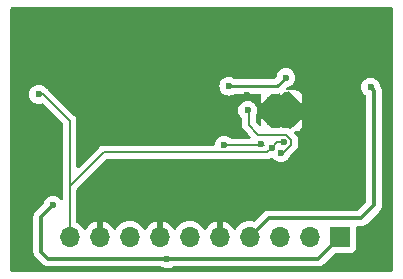
<source format=gbr>
%TF.GenerationSoftware,KiCad,Pcbnew,7.0.9-7.0.9~ubuntu22.04.1*%
%TF.CreationDate,2023-11-27T21:35:50+01:00*%
%TF.ProjectId,ohe_power_supply_1,6f68655f-706f-4776-9572-5f737570706c,rev?*%
%TF.SameCoordinates,Original*%
%TF.FileFunction,Copper,L2,Bot*%
%TF.FilePolarity,Positive*%
%FSLAX46Y46*%
G04 Gerber Fmt 4.6, Leading zero omitted, Abs format (unit mm)*
G04 Created by KiCad (PCBNEW 7.0.9-7.0.9~ubuntu22.04.1) date 2023-11-27 21:35:50*
%MOMM*%
%LPD*%
G01*
G04 APERTURE LIST*
%TA.AperFunction,ComponentPad*%
%ADD10C,0.500000*%
%TD*%
%TA.AperFunction,SMDPad,CuDef*%
%ADD11R,2.450000X2.450000*%
%TD*%
%TA.AperFunction,ComponentPad*%
%ADD12R,1.700000X1.700000*%
%TD*%
%TA.AperFunction,ComponentPad*%
%ADD13O,1.700000X1.700000*%
%TD*%
%TA.AperFunction,ViaPad*%
%ADD14C,0.600000*%
%TD*%
%TA.AperFunction,Conductor*%
%ADD15C,0.127000*%
%TD*%
%TA.AperFunction,Conductor*%
%ADD16C,0.300000*%
%TD*%
%TA.AperFunction,Conductor*%
%ADD17C,0.254000*%
%TD*%
G04 APERTURE END LIST*
D10*
%TO.P,U1,25,EP*%
%TO.N,GND*%
X190275000Y-113062500D03*
X190275000Y-112087500D03*
X190275000Y-111112500D03*
X192225000Y-111112500D03*
X191250000Y-112087500D03*
D11*
X191250000Y-112087500D03*
D10*
X192225000Y-112087500D03*
X191250000Y-111112500D03*
X192225000Y-113062500D03*
X191250000Y-113062500D03*
%TD*%
D12*
%TO.P,J1,1,Pin_1*%
%TO.N,Vin*%
X196190000Y-122790000D03*
D13*
%TO.P,J1,2,Pin_2*%
%TO.N,GND*%
X193650000Y-122790000D03*
%TO.P,J1,3,Pin_3*%
%TO.N,unconnected-(J1-Pin_3-Pad3)*%
X191110000Y-122790000D03*
%TO.P,J1,4,Pin_4*%
%TO.N,+12V*%
X188570000Y-122790000D03*
%TO.P,J1,5,Pin_5*%
%TO.N,GND*%
X186030000Y-122790000D03*
%TO.P,J1,6,Pin_6*%
%TO.N,-12V*%
X183490000Y-122790000D03*
%TO.P,J1,7,Pin_7*%
%TO.N,GND*%
X180950000Y-122790000D03*
%TO.P,J1,8,Pin_8*%
%TO.N,+3V3*%
X178410000Y-122790000D03*
%TO.P,J1,9,Pin_9*%
%TO.N,GND*%
X175870000Y-122790000D03*
%TO.P,J1,10,Pin_10*%
%TO.N,EN*%
X173330000Y-122790000D03*
%TD*%
D14*
%TO.N,Net-(Q1-G)*%
X189543138Y-114877310D03*
X186400000Y-115000000D03*
%TO.N,GND*%
X200000000Y-123000000D03*
X200000000Y-122000000D03*
X200000000Y-121000000D03*
X200000000Y-120000000D03*
%TO.N,Vin*%
X181600000Y-124600000D03*
%TO.N,Net-(U1-PSN)*%
X191200000Y-115650498D03*
X188396586Y-112055297D03*
%TO.N,Vin*%
X171900000Y-120100000D03*
%TO.N,EN*%
X170700000Y-110700000D03*
%TO.N,GND*%
X174800000Y-115400000D03*
X177600000Y-111700000D03*
%TO.N,+12V*%
X198800000Y-110100000D03*
%TO.N,GND*%
X185300000Y-114100000D03*
%TO.N,EN*%
X190430271Y-115233994D03*
X191499835Y-114753868D03*
%TO.N,GND*%
X194500000Y-107500000D03*
%TO.N,Net-(U1-CP)*%
X191626500Y-109278148D03*
X186800000Y-110000000D03*
%TO.N,GND*%
X192900000Y-108900000D03*
X188333999Y-110750162D03*
%TD*%
D15*
%TO.N,Net-(Q1-G)*%
X189699757Y-114877310D02*
X189543138Y-114877310D01*
X186400000Y-115000000D02*
X189777553Y-115000000D01*
D16*
%TO.N,GND*%
X193200000Y-110200000D02*
X193137500Y-110200000D01*
D15*
%TO.N,Net-(U1-PSN)*%
X191200000Y-115650498D02*
X191400115Y-115650498D01*
X191400115Y-115650498D02*
X192063335Y-114987278D01*
X192063335Y-114987278D02*
X192063335Y-114520458D01*
X192063335Y-114520458D02*
X191642877Y-114100000D01*
X191642877Y-114100000D02*
X189300000Y-114100000D01*
X189300000Y-114100000D02*
X188500000Y-113300000D01*
X188500000Y-113300000D02*
X188500000Y-112158711D01*
X188500000Y-112158711D02*
X188396586Y-112055297D01*
D17*
%TO.N,Net-(U1-CP)*%
X191626500Y-109278148D02*
X190904648Y-110000000D01*
X190904648Y-110000000D02*
X186800000Y-110000000D01*
D16*
%TO.N,Vin*%
X181600000Y-124600000D02*
X171500000Y-124600000D01*
X194380000Y-124600000D02*
X181600000Y-124600000D01*
D15*
%TO.N,Net-(U1-PSN)*%
X188396586Y-111903414D02*
X188396586Y-112055297D01*
D16*
%TO.N,Vin*%
X196190000Y-122790000D02*
X194380000Y-124600000D01*
X170900000Y-121100000D02*
X171900000Y-120100000D01*
X171500000Y-124600000D02*
X170900000Y-124000000D01*
X170900000Y-124000000D02*
X170900000Y-121100000D01*
D15*
%TO.N,EN*%
X173330000Y-118470000D02*
X173330000Y-118800000D01*
X173330000Y-118800000D02*
X173330000Y-122790000D01*
X170700000Y-110700000D02*
X171100000Y-110700000D01*
X171100000Y-110700000D02*
X173330000Y-112930000D01*
X173330000Y-112930000D02*
X173330000Y-118800000D01*
X190430271Y-115233994D02*
X190064265Y-115600000D01*
X190064265Y-115600000D02*
X176200000Y-115600000D01*
X176200000Y-115600000D02*
X173330000Y-118470000D01*
D16*
%TO.N,+12V*%
X188570000Y-122790000D02*
X190160000Y-121200000D01*
X190160000Y-121200000D02*
X198000000Y-121200000D01*
X198000000Y-121200000D02*
X199100000Y-120100000D01*
X199100000Y-120100000D02*
X199100000Y-110400000D01*
X199100000Y-110400000D02*
X198800000Y-110100000D01*
D15*
%TO.N,EN*%
X191499835Y-114753868D02*
X190910397Y-114753868D01*
X190910397Y-114753868D02*
X190430271Y-115233994D01*
%TD*%
%TA.AperFunction,Conductor*%
%TO.N,GND*%
G36*
X200642539Y-103320185D02*
G01*
X200688294Y-103372989D01*
X200699500Y-103424500D01*
X200699500Y-125575500D01*
X200679815Y-125642539D01*
X200627011Y-125688294D01*
X200575500Y-125699500D01*
X168424500Y-125699500D01*
X168357461Y-125679815D01*
X168311706Y-125627011D01*
X168300500Y-125575500D01*
X168300500Y-110700003D01*
X169894435Y-110700003D01*
X169914630Y-110879249D01*
X169914631Y-110879254D01*
X169974211Y-111049523D01*
X170062570Y-111190145D01*
X170070184Y-111202262D01*
X170197738Y-111329816D01*
X170288080Y-111386582D01*
X170349987Y-111425481D01*
X170350478Y-111425789D01*
X170439834Y-111457056D01*
X170520745Y-111485368D01*
X170520750Y-111485369D01*
X170699996Y-111505565D01*
X170700000Y-111505565D01*
X170700004Y-111505565D01*
X170879246Y-111485369D01*
X170879245Y-111485369D01*
X170879255Y-111485368D01*
X170960166Y-111457055D01*
X171029941Y-111453493D01*
X171088799Y-111486416D01*
X172729681Y-113127297D01*
X172763166Y-113188620D01*
X172766000Y-113214978D01*
X172766000Y-118428963D01*
X172765469Y-118437064D01*
X172761133Y-118469998D01*
X172761133Y-118470000D01*
X172765469Y-118502933D01*
X172766000Y-118511034D01*
X172766000Y-119543209D01*
X172746315Y-119610248D01*
X172693511Y-119656003D01*
X172624353Y-119665947D01*
X172560797Y-119636922D01*
X172537007Y-119609182D01*
X172529817Y-119597739D01*
X172402262Y-119470184D01*
X172249523Y-119374211D01*
X172079254Y-119314631D01*
X172079249Y-119314630D01*
X171900004Y-119294435D01*
X171899996Y-119294435D01*
X171720750Y-119314630D01*
X171720745Y-119314631D01*
X171550476Y-119374211D01*
X171397737Y-119470184D01*
X171270184Y-119597737D01*
X171174210Y-119750478D01*
X171114632Y-119920744D01*
X171114630Y-119920752D01*
X171113815Y-119927988D01*
X171086743Y-119992400D01*
X171078277Y-120001775D01*
X170500483Y-120579569D01*
X170487910Y-120589643D01*
X170488065Y-120589830D01*
X170482059Y-120594798D01*
X170468664Y-120609063D01*
X170432809Y-120647244D01*
X170421949Y-120658104D01*
X170411088Y-120668965D01*
X170411078Y-120668977D01*
X170406587Y-120674765D01*
X170402801Y-120679197D01*
X170369552Y-120714606D01*
X170359322Y-120733213D01*
X170348646Y-120749464D01*
X170335640Y-120766232D01*
X170335636Y-120766238D01*
X170316348Y-120810811D01*
X170313777Y-120816058D01*
X170290372Y-120858630D01*
X170290372Y-120858631D01*
X170285091Y-120879199D01*
X170278791Y-120897601D01*
X170270364Y-120917073D01*
X170262766Y-120965047D01*
X170261581Y-120970770D01*
X170249500Y-121017818D01*
X170249500Y-121039044D01*
X170247973Y-121058444D01*
X170244653Y-121079403D01*
X170249225Y-121127767D01*
X170249500Y-121133606D01*
X170249500Y-123914494D01*
X170247732Y-123930505D01*
X170247974Y-123930528D01*
X170247240Y-123938294D01*
X170249500Y-124010203D01*
X170249500Y-124040920D01*
X170249501Y-124040940D01*
X170250418Y-124048206D01*
X170250876Y-124054024D01*
X170252402Y-124102567D01*
X170252403Y-124102570D01*
X170258323Y-124122948D01*
X170262268Y-124141996D01*
X170264928Y-124163054D01*
X170264931Y-124163064D01*
X170282813Y-124208230D01*
X170284705Y-124213758D01*
X170298254Y-124260395D01*
X170298255Y-124260397D01*
X170309060Y-124278666D01*
X170317617Y-124296134D01*
X170323226Y-124310300D01*
X170325432Y-124315872D01*
X170353983Y-124355170D01*
X170357188Y-124360049D01*
X170381919Y-124401865D01*
X170381923Y-124401869D01*
X170396925Y-124416871D01*
X170409563Y-124431669D01*
X170422033Y-124448833D01*
X170422036Y-124448836D01*
X170422037Y-124448837D01*
X170459476Y-124479809D01*
X170463776Y-124483722D01*
X170979564Y-124999510D01*
X170989635Y-125012080D01*
X170989822Y-125011926D01*
X170994796Y-125017937D01*
X170994798Y-125017940D01*
X171014253Y-125036209D01*
X171047243Y-125067190D01*
X171068967Y-125088913D01*
X171074757Y-125093405D01*
X171079197Y-125097197D01*
X171108498Y-125124711D01*
X171114607Y-125130448D01*
X171114609Y-125130449D01*
X171133205Y-125140672D01*
X171149470Y-125151357D01*
X171166232Y-125164360D01*
X171166235Y-125164361D01*
X171166236Y-125164362D01*
X171210823Y-125183656D01*
X171216059Y-125186221D01*
X171258632Y-125209627D01*
X171274340Y-125213659D01*
X171279186Y-125214904D01*
X171297598Y-125221207D01*
X171317073Y-125229635D01*
X171365071Y-125237237D01*
X171370740Y-125238411D01*
X171417823Y-125250500D01*
X171439051Y-125250500D01*
X171458448Y-125252026D01*
X171479403Y-125255345D01*
X171479404Y-125255346D01*
X171479404Y-125255345D01*
X171479405Y-125255346D01*
X171527761Y-125250775D01*
X171533599Y-125250500D01*
X181094932Y-125250500D01*
X181160904Y-125269506D01*
X181250477Y-125325789D01*
X181250481Y-125325790D01*
X181420737Y-125385366D01*
X181420743Y-125385367D01*
X181420745Y-125385368D01*
X181420746Y-125385368D01*
X181420750Y-125385369D01*
X181599996Y-125405565D01*
X181600000Y-125405565D01*
X181600004Y-125405565D01*
X181779249Y-125385369D01*
X181779251Y-125385368D01*
X181779255Y-125385368D01*
X181779258Y-125385366D01*
X181779262Y-125385366D01*
X181869377Y-125353832D01*
X181949522Y-125325789D01*
X182039096Y-125269505D01*
X182105068Y-125250500D01*
X194294495Y-125250500D01*
X194310505Y-125252267D01*
X194310528Y-125252026D01*
X194318289Y-125252758D01*
X194318296Y-125252760D01*
X194390203Y-125250500D01*
X194420925Y-125250500D01*
X194428190Y-125249581D01*
X194434016Y-125249122D01*
X194482569Y-125247597D01*
X194502956Y-125241673D01*
X194521996Y-125237731D01*
X194543058Y-125235071D01*
X194588235Y-125217183D01*
X194593735Y-125215300D01*
X194640398Y-125201744D01*
X194658665Y-125190939D01*
X194676136Y-125182380D01*
X194695871Y-125174568D01*
X194735177Y-125146010D01*
X194740043Y-125142813D01*
X194781865Y-125118081D01*
X194796870Y-125103075D01*
X194811668Y-125090436D01*
X194828837Y-125077963D01*
X194859809Y-125040522D01*
X194863713Y-125036231D01*
X195723127Y-124176818D01*
X195784450Y-124143333D01*
X195810808Y-124140499D01*
X197087871Y-124140499D01*
X197087872Y-124140499D01*
X197147483Y-124134091D01*
X197282331Y-124083796D01*
X197397546Y-123997546D01*
X197483796Y-123882331D01*
X197534091Y-123747483D01*
X197540500Y-123687873D01*
X197540499Y-121974499D01*
X197560184Y-121907461D01*
X197612987Y-121861706D01*
X197664499Y-121850500D01*
X197914495Y-121850500D01*
X197930505Y-121852267D01*
X197930528Y-121852026D01*
X197938289Y-121852758D01*
X197938296Y-121852760D01*
X198010203Y-121850500D01*
X198040925Y-121850500D01*
X198048190Y-121849581D01*
X198054016Y-121849122D01*
X198102569Y-121847597D01*
X198122956Y-121841673D01*
X198141996Y-121837731D01*
X198163058Y-121835071D01*
X198208235Y-121817183D01*
X198213735Y-121815300D01*
X198260398Y-121801744D01*
X198278665Y-121790939D01*
X198296136Y-121782380D01*
X198315871Y-121774568D01*
X198355177Y-121746010D01*
X198360043Y-121742813D01*
X198401865Y-121718081D01*
X198416870Y-121703075D01*
X198431668Y-121690436D01*
X198448837Y-121677963D01*
X198479809Y-121640522D01*
X198483723Y-121636221D01*
X199499513Y-120620431D01*
X199512079Y-120610365D01*
X199511925Y-120610178D01*
X199517937Y-120605204D01*
X199517937Y-120605203D01*
X199517940Y-120605202D01*
X199567190Y-120552755D01*
X199588911Y-120531035D01*
X199593401Y-120525245D01*
X199597183Y-120520815D01*
X199630448Y-120485393D01*
X199640670Y-120466796D01*
X199651348Y-120450539D01*
X199664362Y-120433764D01*
X199683664Y-120389157D01*
X199686208Y-120383963D01*
X199709627Y-120341368D01*
X199714906Y-120320808D01*
X199721209Y-120302399D01*
X199729636Y-120282926D01*
X199737235Y-120234945D01*
X199738417Y-120229234D01*
X199750500Y-120182177D01*
X199750500Y-120160955D01*
X199752027Y-120141555D01*
X199755347Y-120120595D01*
X199750775Y-120072230D01*
X199750500Y-120066392D01*
X199750500Y-110485502D01*
X199752268Y-110469489D01*
X199752026Y-110469467D01*
X199752758Y-110461711D01*
X199752760Y-110461704D01*
X199750500Y-110389796D01*
X199750500Y-110359075D01*
X199749579Y-110351788D01*
X199749122Y-110345979D01*
X199749023Y-110342815D01*
X199747597Y-110297431D01*
X199741676Y-110277053D01*
X199737731Y-110258004D01*
X199735071Y-110236942D01*
X199717185Y-110191769D01*
X199715296Y-110186249D01*
X199701743Y-110139600D01*
X199690940Y-110121334D01*
X199682378Y-110103856D01*
X199674568Y-110084129D01*
X199674565Y-110084125D01*
X199664677Y-110070515D01*
X199646014Y-110044827D01*
X199642811Y-110039951D01*
X199621512Y-110003937D01*
X199618081Y-109998135D01*
X199618079Y-109998133D01*
X199618077Y-109998129D01*
X199613298Y-109991968D01*
X199615453Y-109990295D01*
X199588237Y-109940452D01*
X199586182Y-109927973D01*
X199585368Y-109920745D01*
X199525789Y-109750478D01*
X199429816Y-109597738D01*
X199302262Y-109470184D01*
X199281912Y-109457397D01*
X199149523Y-109374211D01*
X198979254Y-109314631D01*
X198979249Y-109314630D01*
X198800004Y-109294435D01*
X198799996Y-109294435D01*
X198620750Y-109314630D01*
X198620745Y-109314631D01*
X198450476Y-109374211D01*
X198297737Y-109470184D01*
X198170184Y-109597737D01*
X198074211Y-109750476D01*
X198014631Y-109920745D01*
X198014630Y-109920750D01*
X197994435Y-110099996D01*
X197994435Y-110100003D01*
X198014630Y-110279249D01*
X198014631Y-110279254D01*
X198074211Y-110449523D01*
X198170184Y-110602262D01*
X198297740Y-110729818D01*
X198353345Y-110764756D01*
X198386150Y-110785369D01*
X198391471Y-110788712D01*
X198437763Y-110841046D01*
X198449500Y-110893706D01*
X198449500Y-119779192D01*
X198429815Y-119846231D01*
X198413181Y-119866873D01*
X197766873Y-120513181D01*
X197705550Y-120546666D01*
X197679192Y-120549500D01*
X190245506Y-120549500D01*
X190229495Y-120547732D01*
X190229473Y-120547974D01*
X190221706Y-120547239D01*
X190149783Y-120549500D01*
X190119075Y-120549500D01*
X190119071Y-120549500D01*
X190119060Y-120549501D01*
X190111804Y-120550417D01*
X190105986Y-120550875D01*
X190057433Y-120552401D01*
X190042873Y-120556630D01*
X190037040Y-120558325D01*
X190017996Y-120562269D01*
X189996942Y-120564929D01*
X189996940Y-120564929D01*
X189951781Y-120582808D01*
X189946255Y-120584700D01*
X189899601Y-120598254D01*
X189881325Y-120609063D01*
X189863860Y-120617619D01*
X189844124Y-120625433D01*
X189804824Y-120653986D01*
X189799942Y-120657193D01*
X189758136Y-120681917D01*
X189743124Y-120696929D01*
X189728336Y-120709558D01*
X189711167Y-120722032D01*
X189711165Y-120722034D01*
X189680194Y-120759470D01*
X189676262Y-120763791D01*
X188997762Y-121442290D01*
X188936439Y-121475775D01*
X188877989Y-121474384D01*
X188805416Y-121454939D01*
X188805412Y-121454938D01*
X188805408Y-121454937D01*
X188805406Y-121454936D01*
X188805403Y-121454936D01*
X188570001Y-121434341D01*
X188569999Y-121434341D01*
X188334596Y-121454936D01*
X188334586Y-121454938D01*
X188106344Y-121516094D01*
X188106335Y-121516098D01*
X187892171Y-121615964D01*
X187892169Y-121615965D01*
X187698597Y-121751505D01*
X187531508Y-121918594D01*
X187401269Y-122104595D01*
X187346692Y-122148219D01*
X187277193Y-122155412D01*
X187214839Y-122123890D01*
X187198119Y-122104594D01*
X187068113Y-121918926D01*
X187068108Y-121918920D01*
X186901082Y-121751894D01*
X186707578Y-121616399D01*
X186493492Y-121516570D01*
X186493486Y-121516567D01*
X186280000Y-121459364D01*
X186280000Y-122354498D01*
X186172315Y-122305320D01*
X186065763Y-122290000D01*
X185994237Y-122290000D01*
X185887685Y-122305320D01*
X185780000Y-122354498D01*
X185780000Y-121459364D01*
X185779999Y-121459364D01*
X185566513Y-121516567D01*
X185566507Y-121516570D01*
X185352422Y-121616399D01*
X185352420Y-121616400D01*
X185158926Y-121751886D01*
X185158920Y-121751891D01*
X184991891Y-121918920D01*
X184991890Y-121918922D01*
X184861880Y-122104595D01*
X184807303Y-122148219D01*
X184737804Y-122155412D01*
X184675450Y-122123890D01*
X184658730Y-122104594D01*
X184528494Y-121918597D01*
X184361402Y-121751506D01*
X184361395Y-121751501D01*
X184167834Y-121615967D01*
X184167830Y-121615965D01*
X184125592Y-121596269D01*
X183953663Y-121516097D01*
X183953659Y-121516096D01*
X183953655Y-121516094D01*
X183725413Y-121454938D01*
X183725403Y-121454936D01*
X183490001Y-121434341D01*
X183489999Y-121434341D01*
X183254596Y-121454936D01*
X183254586Y-121454938D01*
X183026344Y-121516094D01*
X183026335Y-121516098D01*
X182812171Y-121615964D01*
X182812169Y-121615965D01*
X182618597Y-121751505D01*
X182451508Y-121918594D01*
X182321269Y-122104595D01*
X182266692Y-122148219D01*
X182197193Y-122155412D01*
X182134839Y-122123890D01*
X182118119Y-122104594D01*
X181988113Y-121918926D01*
X181988108Y-121918920D01*
X181821082Y-121751894D01*
X181627578Y-121616399D01*
X181413492Y-121516570D01*
X181413486Y-121516567D01*
X181200000Y-121459364D01*
X181200000Y-122354498D01*
X181092315Y-122305320D01*
X180985763Y-122290000D01*
X180914237Y-122290000D01*
X180807685Y-122305320D01*
X180700000Y-122354498D01*
X180700000Y-121459364D01*
X180699999Y-121459364D01*
X180486513Y-121516567D01*
X180486507Y-121516570D01*
X180272422Y-121616399D01*
X180272420Y-121616400D01*
X180078926Y-121751886D01*
X180078920Y-121751891D01*
X179911891Y-121918920D01*
X179911890Y-121918922D01*
X179781880Y-122104595D01*
X179727303Y-122148219D01*
X179657804Y-122155412D01*
X179595450Y-122123890D01*
X179578730Y-122104594D01*
X179448494Y-121918597D01*
X179281402Y-121751506D01*
X179281395Y-121751501D01*
X179087834Y-121615967D01*
X179087830Y-121615965D01*
X179045592Y-121596269D01*
X178873663Y-121516097D01*
X178873659Y-121516096D01*
X178873655Y-121516094D01*
X178645413Y-121454938D01*
X178645403Y-121454936D01*
X178410001Y-121434341D01*
X178409999Y-121434341D01*
X178174596Y-121454936D01*
X178174586Y-121454938D01*
X177946344Y-121516094D01*
X177946335Y-121516098D01*
X177732171Y-121615964D01*
X177732169Y-121615965D01*
X177538597Y-121751505D01*
X177371508Y-121918594D01*
X177241269Y-122104595D01*
X177186692Y-122148219D01*
X177117193Y-122155412D01*
X177054839Y-122123890D01*
X177038119Y-122104594D01*
X176908113Y-121918926D01*
X176908108Y-121918920D01*
X176741082Y-121751894D01*
X176547578Y-121616399D01*
X176333492Y-121516570D01*
X176333486Y-121516567D01*
X176120000Y-121459364D01*
X176120000Y-122354498D01*
X176012315Y-122305320D01*
X175905763Y-122290000D01*
X175834237Y-122290000D01*
X175727685Y-122305320D01*
X175620000Y-122354498D01*
X175620000Y-121459364D01*
X175619999Y-121459364D01*
X175406513Y-121516567D01*
X175406507Y-121516570D01*
X175192422Y-121616399D01*
X175192420Y-121616400D01*
X174998926Y-121751886D01*
X174998920Y-121751891D01*
X174831891Y-121918920D01*
X174831890Y-121918922D01*
X174701880Y-122104595D01*
X174647303Y-122148219D01*
X174577804Y-122155412D01*
X174515450Y-122123890D01*
X174498730Y-122104594D01*
X174368494Y-121918597D01*
X174201402Y-121751506D01*
X174201395Y-121751501D01*
X174007831Y-121615965D01*
X174007829Y-121615964D01*
X173965595Y-121596270D01*
X173913156Y-121550097D01*
X173894000Y-121483888D01*
X173894000Y-118754979D01*
X173913685Y-118687940D01*
X173930319Y-118667298D01*
X176397298Y-116200319D01*
X176458621Y-116166834D01*
X176484979Y-116164000D01*
X190023231Y-116164000D01*
X190031328Y-116164530D01*
X190064265Y-116168867D01*
X190064266Y-116168867D01*
X190079707Y-116166834D01*
X190211499Y-116149483D01*
X190348698Y-116092653D01*
X190364618Y-116080436D01*
X190429786Y-116055241D01*
X190498232Y-116069278D01*
X190545099Y-116112838D01*
X190570184Y-116152760D01*
X190697738Y-116280314D01*
X190850478Y-116376287D01*
X191020745Y-116435866D01*
X191020750Y-116435867D01*
X191199996Y-116456063D01*
X191200000Y-116456063D01*
X191200004Y-116456063D01*
X191379249Y-116435867D01*
X191379252Y-116435866D01*
X191379255Y-116435866D01*
X191549522Y-116376287D01*
X191702262Y-116280314D01*
X191829816Y-116152760D01*
X191925789Y-116000020D01*
X191958199Y-115907395D01*
X191987557Y-115860671D01*
X192433138Y-115415090D01*
X192439223Y-115409754D01*
X192465585Y-115389528D01*
X192488284Y-115359946D01*
X192555989Y-115271711D01*
X192612818Y-115134512D01*
X192632203Y-114987278D01*
X192627865Y-114954334D01*
X192627335Y-114946234D01*
X192627335Y-114561491D01*
X192627866Y-114553389D01*
X192632202Y-114520457D01*
X192625910Y-114472668D01*
X192612818Y-114373224D01*
X192555988Y-114236025D01*
X192555987Y-114236024D01*
X192555987Y-114236023D01*
X192465586Y-114118209D01*
X192439224Y-114097979D01*
X192433121Y-114092628D01*
X192364672Y-114024179D01*
X192331189Y-113962859D01*
X192336173Y-113893167D01*
X192378044Y-113837233D01*
X192443508Y-113812816D01*
X192452355Y-113812500D01*
X192522828Y-113812500D01*
X192522844Y-113812499D01*
X192582372Y-113806098D01*
X192582379Y-113806096D01*
X192717086Y-113755854D01*
X192717093Y-113755850D01*
X192832187Y-113669690D01*
X192832190Y-113669687D01*
X192918350Y-113554593D01*
X192918354Y-113554586D01*
X192968596Y-113419879D01*
X192968598Y-113419872D01*
X192974999Y-113360344D01*
X192975000Y-113360327D01*
X192975000Y-113108104D01*
X192975390Y-113101156D01*
X192979746Y-113062500D01*
X192979746Y-113062499D01*
X192975390Y-113023843D01*
X192975000Y-113016895D01*
X192975000Y-112337500D01*
X192828552Y-112337500D01*
X192872708Y-112381656D01*
X192906193Y-112442979D01*
X192901209Y-112512671D01*
X192872709Y-112557017D01*
X192854728Y-112574998D01*
X192854728Y-112575000D01*
X192872708Y-112592980D01*
X192906194Y-112654303D01*
X192901210Y-112723994D01*
X192872709Y-112768343D01*
X192225000Y-113416053D01*
X192061129Y-113579923D01*
X191999805Y-113613407D01*
X191930114Y-113608423D01*
X191925995Y-113606802D01*
X191861103Y-113579923D01*
X191790111Y-113550517D01*
X191679845Y-113536000D01*
X191658319Y-113533166D01*
X191642878Y-113531133D01*
X191642877Y-113531133D01*
X191609940Y-113535469D01*
X191601843Y-113536000D01*
X191421309Y-113536000D01*
X191354270Y-113516315D01*
X191333628Y-113499681D01*
X191250000Y-113416053D01*
X191166372Y-113499681D01*
X191105049Y-113533166D01*
X191078691Y-113536000D01*
X190446309Y-113536000D01*
X190379270Y-113516315D01*
X190358628Y-113499681D01*
X189921447Y-113062500D01*
X190119709Y-113062500D01*
X190140514Y-113140145D01*
X190197355Y-113196986D01*
X190255254Y-113212500D01*
X190294746Y-113212500D01*
X190352645Y-113196986D01*
X190409486Y-113140146D01*
X190430291Y-113062500D01*
X190628553Y-113062500D01*
X190762500Y-113196447D01*
X190896447Y-113062500D01*
X191094709Y-113062500D01*
X191115514Y-113140145D01*
X191172355Y-113196986D01*
X191230254Y-113212500D01*
X191269746Y-113212500D01*
X191327645Y-113196986D01*
X191384486Y-113140146D01*
X191405291Y-113062500D01*
X191603553Y-113062500D01*
X191737500Y-113196447D01*
X191871447Y-113062500D01*
X192069709Y-113062500D01*
X192090514Y-113140145D01*
X192147355Y-113196986D01*
X192205254Y-113212500D01*
X192244746Y-113212500D01*
X192302645Y-113196986D01*
X192359486Y-113140146D01*
X192380291Y-113062500D01*
X192359486Y-112984855D01*
X192302645Y-112928014D01*
X192244746Y-112912500D01*
X192205254Y-112912500D01*
X192147355Y-112928014D01*
X192090514Y-112984854D01*
X192069709Y-113062500D01*
X191871447Y-113062500D01*
X191737500Y-112928553D01*
X191603553Y-113062500D01*
X191405291Y-113062500D01*
X191384486Y-112984855D01*
X191327645Y-112928014D01*
X191269746Y-112912500D01*
X191230254Y-112912500D01*
X191172355Y-112928014D01*
X191115514Y-112984854D01*
X191094709Y-113062500D01*
X190896447Y-113062500D01*
X190762500Y-112928553D01*
X190628553Y-113062500D01*
X190430291Y-113062500D01*
X190409486Y-112984855D01*
X190352645Y-112928014D01*
X190294746Y-112912500D01*
X190255254Y-112912500D01*
X190197355Y-112928014D01*
X190140514Y-112984854D01*
X190119709Y-113062500D01*
X189921447Y-113062500D01*
X189627290Y-112768343D01*
X189593805Y-112707020D01*
X189598789Y-112637328D01*
X189627290Y-112592981D01*
X189645271Y-112575000D01*
X190141053Y-112575000D01*
X190275000Y-112708947D01*
X190408947Y-112575000D01*
X191116053Y-112575000D01*
X191250000Y-112708947D01*
X191383947Y-112575000D01*
X192091053Y-112575000D01*
X192225000Y-112708947D01*
X192358947Y-112575000D01*
X192225000Y-112441053D01*
X192091053Y-112575000D01*
X191383947Y-112575000D01*
X191250000Y-112441053D01*
X191116053Y-112575000D01*
X190408947Y-112575000D01*
X190275000Y-112441053D01*
X190141053Y-112575000D01*
X189645271Y-112575000D01*
X189627290Y-112557019D01*
X189593805Y-112495696D01*
X189598789Y-112426004D01*
X189627290Y-112381656D01*
X189671446Y-112337500D01*
X189525000Y-112337500D01*
X189525000Y-113016895D01*
X189524610Y-113023843D01*
X189520254Y-113062499D01*
X189520254Y-113062500D01*
X189524610Y-113101156D01*
X189525000Y-113108104D01*
X189525000Y-113228021D01*
X189505315Y-113295060D01*
X189452511Y-113340815D01*
X189383353Y-113350759D01*
X189319797Y-113321734D01*
X189313319Y-113315702D01*
X189100319Y-113102702D01*
X189066834Y-113041379D01*
X189064000Y-113015021D01*
X189064000Y-112533446D01*
X189083007Y-112467473D01*
X189122374Y-112404821D01*
X189181954Y-112234551D01*
X189181955Y-112234546D01*
X189198523Y-112087500D01*
X190119709Y-112087500D01*
X190140514Y-112165145D01*
X190197355Y-112221986D01*
X190255254Y-112237500D01*
X190294746Y-112237500D01*
X190352645Y-112221986D01*
X190409486Y-112165146D01*
X190430291Y-112087500D01*
X191094709Y-112087500D01*
X191115514Y-112165145D01*
X191172355Y-112221986D01*
X191230254Y-112237500D01*
X191269746Y-112237500D01*
X191327645Y-112221986D01*
X191384486Y-112165146D01*
X191405291Y-112087500D01*
X192069709Y-112087500D01*
X192090514Y-112165145D01*
X192147355Y-112221986D01*
X192205254Y-112237500D01*
X192244746Y-112237500D01*
X192302645Y-112221986D01*
X192359486Y-112165146D01*
X192380291Y-112087500D01*
X192359486Y-112009855D01*
X192302645Y-111953014D01*
X192244746Y-111937500D01*
X192205254Y-111937500D01*
X192147355Y-111953014D01*
X192090514Y-112009854D01*
X192069709Y-112087500D01*
X191405291Y-112087500D01*
X191384486Y-112009855D01*
X191327645Y-111953014D01*
X191269746Y-111937500D01*
X191230254Y-111937500D01*
X191172355Y-111953014D01*
X191115514Y-112009854D01*
X191094709Y-112087500D01*
X190430291Y-112087500D01*
X190409486Y-112009855D01*
X190352645Y-111953014D01*
X190294746Y-111937500D01*
X190255254Y-111937500D01*
X190197355Y-111953014D01*
X190140514Y-112009854D01*
X190119709Y-112087500D01*
X189198523Y-112087500D01*
X189202151Y-112055300D01*
X189202151Y-112055293D01*
X189181955Y-111876047D01*
X189181954Y-111876042D01*
X189153016Y-111793342D01*
X189122375Y-111705775D01*
X189026402Y-111553035D01*
X188898848Y-111425481D01*
X188868888Y-111406656D01*
X188746109Y-111329508D01*
X188575840Y-111269928D01*
X188575835Y-111269927D01*
X188396590Y-111249732D01*
X188396582Y-111249732D01*
X188217336Y-111269927D01*
X188217331Y-111269928D01*
X188047062Y-111329508D01*
X187894323Y-111425481D01*
X187766770Y-111553034D01*
X187670797Y-111705773D01*
X187611217Y-111876042D01*
X187611216Y-111876047D01*
X187591021Y-112055293D01*
X187591021Y-112055300D01*
X187611216Y-112234546D01*
X187611217Y-112234551D01*
X187670797Y-112404820D01*
X187710165Y-112467473D01*
X187766770Y-112557559D01*
X187846539Y-112637328D01*
X187899249Y-112690038D01*
X187897083Y-112692203D01*
X187929436Y-112738255D01*
X187936000Y-112778064D01*
X187936000Y-113258963D01*
X187935468Y-113267064D01*
X187931133Y-113300000D01*
X187936000Y-113336968D01*
X187936507Y-113340815D01*
X187950517Y-113447233D01*
X187950517Y-113447234D01*
X188007347Y-113584434D01*
X188072766Y-113669690D01*
X188097750Y-113702250D01*
X188124110Y-113722477D01*
X188130200Y-113727817D01*
X188426565Y-114024182D01*
X188626702Y-114224319D01*
X188660187Y-114285642D01*
X188655203Y-114355334D01*
X188613331Y-114411267D01*
X188547867Y-114435684D01*
X188539021Y-114436000D01*
X187019440Y-114436000D01*
X186952401Y-114416315D01*
X186931759Y-114399681D01*
X186902262Y-114370184D01*
X186749523Y-114274211D01*
X186579254Y-114214631D01*
X186579249Y-114214630D01*
X186400004Y-114194435D01*
X186399996Y-114194435D01*
X186220750Y-114214630D01*
X186220745Y-114214631D01*
X186050476Y-114274211D01*
X185897737Y-114370184D01*
X185770184Y-114497737D01*
X185674211Y-114650476D01*
X185614631Y-114820745D01*
X185614630Y-114820749D01*
X185602785Y-114925884D01*
X185575718Y-114990298D01*
X185518124Y-115029853D01*
X185479565Y-115036000D01*
X176241034Y-115036000D01*
X176232936Y-115035469D01*
X176200000Y-115031133D01*
X176199999Y-115031133D01*
X176052766Y-115050517D01*
X176052765Y-115050517D01*
X175915567Y-115107346D01*
X175844675Y-115161744D01*
X175797746Y-115197753D01*
X175777523Y-115224108D01*
X175772171Y-115230211D01*
X174105681Y-116896701D01*
X174044358Y-116930186D01*
X173974666Y-116925202D01*
X173918733Y-116883330D01*
X173894316Y-116817866D01*
X173894000Y-116809020D01*
X173894000Y-112971034D01*
X173894531Y-112962933D01*
X173898867Y-112930000D01*
X173898867Y-112929999D01*
X173896563Y-112912500D01*
X173879483Y-112782766D01*
X173822653Y-112645567D01*
X173791356Y-112604780D01*
X173732249Y-112527748D01*
X173705884Y-112507518D01*
X173699781Y-112502165D01*
X172623097Y-111425481D01*
X171527817Y-110330200D01*
X171522477Y-110324110D01*
X171502250Y-110297750D01*
X171502248Y-110297749D01*
X171502248Y-110297748D01*
X171460182Y-110265471D01*
X171384432Y-110207346D01*
X171330385Y-110184959D01*
X171290157Y-110158079D01*
X171202262Y-110070184D01*
X171090570Y-110000003D01*
X185994435Y-110000003D01*
X186014630Y-110179249D01*
X186014631Y-110179254D01*
X186074211Y-110349523D01*
X186149591Y-110469489D01*
X186170184Y-110502262D01*
X186297738Y-110629816D01*
X186388080Y-110686582D01*
X186409417Y-110699989D01*
X186450478Y-110725789D01*
X186620745Y-110785368D01*
X186620750Y-110785369D01*
X186799996Y-110805565D01*
X186800000Y-110805565D01*
X186800004Y-110805565D01*
X186979249Y-110785369D01*
X186979252Y-110785368D01*
X186979255Y-110785368D01*
X187149522Y-110725789D01*
X187275700Y-110646505D01*
X187341672Y-110627500D01*
X189407077Y-110627500D01*
X189474116Y-110647185D01*
X189519871Y-110699989D01*
X189530366Y-110764756D01*
X189525000Y-110814655D01*
X189525000Y-111066895D01*
X189524610Y-111073843D01*
X189520254Y-111112499D01*
X189520254Y-111112500D01*
X189524610Y-111151156D01*
X189525000Y-111158104D01*
X189525000Y-111837500D01*
X189671447Y-111837500D01*
X189671447Y-111837499D01*
X189627290Y-111793342D01*
X189593805Y-111732019D01*
X189598789Y-111662327D01*
X189627291Y-111617979D01*
X189645269Y-111600000D01*
X190141053Y-111600000D01*
X190275000Y-111733947D01*
X190408947Y-111600000D01*
X191116053Y-111600000D01*
X191250000Y-111733947D01*
X191383947Y-111600000D01*
X192091053Y-111600000D01*
X192225000Y-111733947D01*
X192358947Y-111600000D01*
X192225000Y-111466053D01*
X192091053Y-111600000D01*
X191383947Y-111600000D01*
X191250000Y-111466053D01*
X191116053Y-111600000D01*
X190408947Y-111600000D01*
X190275000Y-111466053D01*
X190141053Y-111600000D01*
X189645269Y-111600000D01*
X189645270Y-111599999D01*
X189627290Y-111582019D01*
X189593805Y-111520696D01*
X189598789Y-111451004D01*
X189627290Y-111406657D01*
X189921447Y-111112500D01*
X190119709Y-111112500D01*
X190140514Y-111190145D01*
X190197355Y-111246986D01*
X190255254Y-111262500D01*
X190294746Y-111262500D01*
X190352645Y-111246986D01*
X190409486Y-111190146D01*
X190430291Y-111112500D01*
X190628553Y-111112500D01*
X190762500Y-111246447D01*
X190896447Y-111112500D01*
X191094709Y-111112500D01*
X191115514Y-111190145D01*
X191172355Y-111246986D01*
X191230254Y-111262500D01*
X191269746Y-111262500D01*
X191327645Y-111246986D01*
X191384486Y-111190146D01*
X191405291Y-111112500D01*
X191603553Y-111112500D01*
X191737500Y-111246447D01*
X191871447Y-111112500D01*
X192069709Y-111112500D01*
X192090514Y-111190145D01*
X192147355Y-111246986D01*
X192205254Y-111262500D01*
X192244746Y-111262500D01*
X192302645Y-111246986D01*
X192359486Y-111190146D01*
X192380291Y-111112500D01*
X192359486Y-111034855D01*
X192302645Y-110978014D01*
X192244746Y-110962500D01*
X192205254Y-110962500D01*
X192147355Y-110978014D01*
X192090514Y-111034854D01*
X192069709Y-111112500D01*
X191871447Y-111112500D01*
X191737500Y-110978553D01*
X191603553Y-111112500D01*
X191405291Y-111112500D01*
X191384486Y-111034855D01*
X191327645Y-110978014D01*
X191269746Y-110962500D01*
X191230254Y-110962500D01*
X191172355Y-110978014D01*
X191115514Y-111034854D01*
X191094709Y-111112500D01*
X190896447Y-111112500D01*
X190762500Y-110978553D01*
X190628553Y-111112500D01*
X190430291Y-111112500D01*
X190409486Y-111034855D01*
X190352645Y-110978014D01*
X190294746Y-110962500D01*
X190255254Y-110962500D01*
X190197355Y-110978014D01*
X190140514Y-111034854D01*
X190119709Y-111112500D01*
X189921447Y-111112500D01*
X190370128Y-110663819D01*
X190431451Y-110630334D01*
X190457809Y-110627500D01*
X190821681Y-110627500D01*
X190837329Y-110629227D01*
X190837356Y-110628946D01*
X190845123Y-110629680D01*
X190845124Y-110629679D01*
X190845125Y-110629680D01*
X190914508Y-110627500D01*
X190944124Y-110627500D01*
X190951026Y-110626627D01*
X190956838Y-110626169D01*
X191003591Y-110624701D01*
X191020076Y-110619911D01*
X191089944Y-110620106D01*
X191142357Y-110651304D01*
X191250000Y-110758947D01*
X191544157Y-110464790D01*
X191605480Y-110431305D01*
X191675172Y-110436289D01*
X191719519Y-110464790D01*
X191737500Y-110482771D01*
X191755481Y-110464790D01*
X191816804Y-110431305D01*
X191886496Y-110436289D01*
X191930843Y-110464790D01*
X192872709Y-111406656D01*
X192906194Y-111467979D01*
X192901210Y-111537671D01*
X192872709Y-111582018D01*
X192854728Y-111599999D01*
X192854728Y-111600001D01*
X192872708Y-111617981D01*
X192906193Y-111679304D01*
X192901209Y-111748996D01*
X192872709Y-111793343D01*
X192828552Y-111837499D01*
X192828553Y-111837500D01*
X192975000Y-111837500D01*
X192975000Y-111158104D01*
X192975390Y-111151156D01*
X192979746Y-111112500D01*
X192979746Y-111112499D01*
X192975390Y-111073843D01*
X192975000Y-111066895D01*
X192975000Y-110814672D01*
X192974999Y-110814655D01*
X192968598Y-110755127D01*
X192968596Y-110755120D01*
X192918354Y-110620413D01*
X192918350Y-110620406D01*
X192832190Y-110505312D01*
X192832187Y-110505309D01*
X192717093Y-110419149D01*
X192717086Y-110419145D01*
X192582379Y-110368903D01*
X192582372Y-110368901D01*
X192522844Y-110362500D01*
X192270605Y-110362500D01*
X192263657Y-110362110D01*
X192225002Y-110357754D01*
X192224998Y-110357754D01*
X192186343Y-110362110D01*
X192179395Y-110362500D01*
X191728928Y-110362500D01*
X191661889Y-110342815D01*
X191616134Y-110290011D01*
X191606190Y-110220853D01*
X191635215Y-110157297D01*
X191641246Y-110150820D01*
X191652466Y-110139600D01*
X191688066Y-110103999D01*
X191749387Y-110070515D01*
X191761845Y-110068463D01*
X191805755Y-110063516D01*
X191976022Y-110003937D01*
X192128762Y-109907964D01*
X192256316Y-109780410D01*
X192352289Y-109627670D01*
X192411868Y-109457403D01*
X192411869Y-109457397D01*
X192432065Y-109278151D01*
X192432065Y-109278144D01*
X192411869Y-109098898D01*
X192411868Y-109098893D01*
X192352288Y-108928624D01*
X192256315Y-108775885D01*
X192128762Y-108648332D01*
X191976023Y-108552359D01*
X191805754Y-108492779D01*
X191805749Y-108492778D01*
X191626504Y-108472583D01*
X191626496Y-108472583D01*
X191447250Y-108492778D01*
X191447245Y-108492779D01*
X191276976Y-108552359D01*
X191124237Y-108648332D01*
X190996684Y-108775885D01*
X190900710Y-108928626D01*
X190841132Y-109098893D01*
X190836186Y-109142785D01*
X190809118Y-109207199D01*
X190800648Y-109216580D01*
X190681046Y-109336182D01*
X190619726Y-109369666D01*
X190593367Y-109372500D01*
X187341672Y-109372500D01*
X187275700Y-109353494D01*
X187149523Y-109274211D01*
X186979254Y-109214631D01*
X186979249Y-109214630D01*
X186800004Y-109194435D01*
X186799996Y-109194435D01*
X186620750Y-109214630D01*
X186620745Y-109214631D01*
X186450476Y-109274211D01*
X186297737Y-109370184D01*
X186170184Y-109497737D01*
X186074211Y-109650476D01*
X186014631Y-109820745D01*
X186014630Y-109820750D01*
X185994435Y-109999996D01*
X185994435Y-110000003D01*
X171090570Y-110000003D01*
X171049523Y-109974211D01*
X170879254Y-109914631D01*
X170879249Y-109914630D01*
X170700004Y-109894435D01*
X170699996Y-109894435D01*
X170520750Y-109914630D01*
X170520745Y-109914631D01*
X170350476Y-109974211D01*
X170197737Y-110070184D01*
X170070184Y-110197737D01*
X169974211Y-110350476D01*
X169914631Y-110520745D01*
X169914630Y-110520750D01*
X169894435Y-110699996D01*
X169894435Y-110700003D01*
X168300500Y-110700003D01*
X168300500Y-103424500D01*
X168320185Y-103357461D01*
X168372989Y-103311706D01*
X168424500Y-103300500D01*
X168943827Y-103300500D01*
X200575500Y-103300500D01*
X200642539Y-103320185D01*
G37*
%TD.AperFunction*%
%TD*%
M02*

</source>
